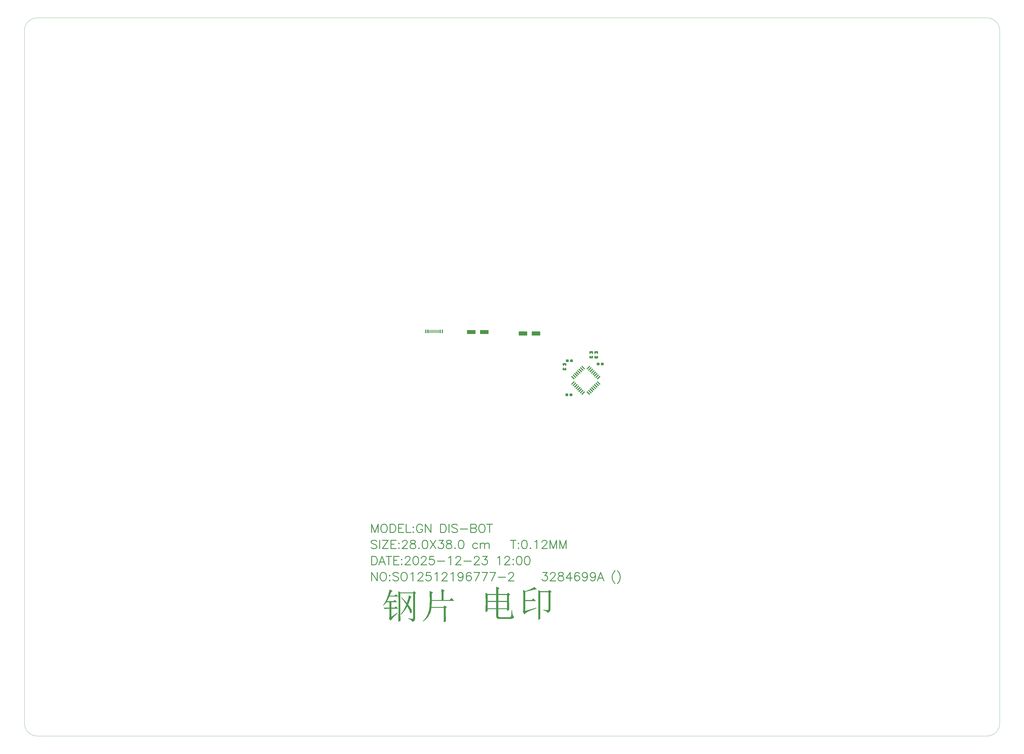
<source format=gbr>
G04 Generated by CircuitCAM Version 4.4*
%FSLAX33Y33*%
%MOMM*%
%ADD10C,0.000000*%
%ADD443C,0.300000*%
%LNSolderPasteTop*%
%LPD*%
G36*
G01X-6223Y-81705D02*
X-6212Y-82091D01*
X-6202Y-82487D01*
X-6195Y-82894D01*
X-6189Y-83310D01*
X-6184Y-83737D01*
X-6182Y-84174D01*
X-6182Y-84622D01*
X-9475Y-84621D01*
X-10348Y-84122D01*
X-10337Y-84605D01*
X-10327Y-85101D01*
X-10320Y-85611D01*
X-10314Y-86135D01*
X-10309Y-86673D01*
X-10307Y-87224D01*
X-10306Y-87788D01*
X-10307Y-88358D01*
X-10309Y-88924D01*
X-10314Y-89487D01*
X-10320Y-90047D01*
X-10327Y-90603D01*
X-10337Y-91156D01*
X-10348Y-91704D01*
X-10346Y-91704D01*
X-9515Y-91288D01*
X-9514Y-90538D01*
X-6182Y-90538D01*
X-6181Y-93204D01*
X-6158Y-93502D01*
X-6087Y-93754D01*
X-5968Y-93961D01*
X-5801Y-94122D01*
X-5587Y-94237D01*
X-5325Y-94307D01*
X-5015Y-94330D01*
X-682Y-94330D01*
X-509Y-94326D01*
X-349Y-94313D01*
X-200Y-94292D01*
X-63Y-94262D01*
X62Y-94224D01*
X175Y-94177D01*
X276Y-94122D01*
X369Y-94057D01*
X457Y-93982D01*
X539Y-93897D01*
X616Y-93802D01*
X689Y-93696D01*
X756Y-93581D01*
X816Y-93453D01*
X715Y-93379D01*
X618Y-93295D01*
X528Y-93202D01*
X445Y-93101D01*
X368Y-92992D01*
X299Y-92873D01*
X235Y-92746D01*
X190Y-92596D01*
X154Y-92410D01*
X123Y-92185D01*
X100Y-91924D01*
X83Y-91624D01*
X72Y-91287D01*
X68Y-90913D01*
X-223Y-90913D01*
X-223Y-90914D01*
X-235Y-91355D01*
X-250Y-91750D01*
X-266Y-92100D01*
X-284Y-92403D01*
X-303Y-92661D01*
X-325Y-92873D01*
X-348Y-93038D01*
X-370Y-93184D01*
X-410Y-93308D01*
X-469Y-93412D01*
X-547Y-93495D01*
X-643Y-93557D01*
X-758Y-93600D01*
X-890Y-93622D01*
X-4723Y-93622D01*
X-4901Y-93610D01*
X-5050Y-93573D01*
X-5174Y-93514D01*
X-5268Y-93429D01*
X-5336Y-93322D01*
X-5377Y-93192D01*
X-5389Y-93038D01*
X-5389Y-90538D01*
X-1932Y-90538D01*
X-1931Y-91204D01*
X-1929Y-91204D01*
X-1100Y-90789D01*
X-1100Y-90788D01*
X-1120Y-90410D01*
X-1138Y-89894D01*
X-1154Y-89240D01*
X-1166Y-88448D01*
X-1174Y-87519D01*
X-1179Y-86452D01*
X-1181Y-85248D01*
X-684Y-84874D01*
X-1431Y-84080D01*
X-2015Y-84622D01*
X-5389Y-84621D01*
X-5389Y-82706D01*
X-4935Y-82287D01*
X-6223Y-81705D01*
G37*
%LPC*%
G36*
G01X-1932Y-84997D02*
X-5389Y-84997D01*
X-5389Y-87329D01*
X-1932Y-87330D01*
X-1932Y-84997D01*
G37*
G36*
G01X-6182Y-84997D02*
X-9514Y-84997D01*
X-9514Y-87329D01*
X-6182Y-87330D01*
X-6182Y-84997D01*
G37*
G36*
G01X-1932Y-87705D02*
X-5389Y-87705D01*
X-5389Y-90162D01*
X-1932Y-90163D01*
X-1932Y-87705D01*
G37*
G36*
G01X-6182Y-87705D02*
X-9514Y-87705D01*
X-9514Y-90162D01*
X-6182Y-90163D01*
X-6182Y-87705D01*
G37*
%LPD*%
G36*
G01X-26959Y18408D02*
X-27409Y18408D01*
X-27409Y17068D01*
X-26959Y17068D01*
X-26959Y18408D01*
G37*
G36*
G01X-27759Y18408D02*
X-28209Y18408D01*
X-28209Y17068D01*
X-27759Y17068D01*
X-27759Y18408D01*
G37*
G36*
G01X-28514Y18288D02*
G75*
G03X-28634Y18408I-120J0D01*
G74*
G01*
G75*
G03X-28754Y18288I0J-120D01*
G74*
G01*
X-28754Y17188D01*
G75*
G03X-28634Y17068I120J0D01*
G74*
G01*
G75*
G03X-28514Y17188I0J120D01*
G74*
G01*
X-28514Y18288D01*
G37*
G36*
G01X-29014Y18288D02*
G75*
G03X-29134Y18408I-120J0D01*
G74*
G01*
G75*
G03X-29254Y18288I0J-120D01*
G74*
G01*
X-29254Y17188D01*
G75*
G03X-29134Y17068I120J0D01*
G74*
G01*
G75*
G03X-29014Y17188I0J120D01*
G74*
G01*
X-29014Y18288D01*
G37*
G36*
G01X-29514Y18288D02*
G75*
G03X-29634Y18408I-120J0D01*
G74*
G01*
G75*
G03X-29754Y18288I0J-120D01*
G74*
G01*
X-29754Y17188D01*
G75*
G03X-29634Y17068I120J0D01*
G74*
G01*
G75*
G03X-29514Y17188I0J120D01*
G74*
G01*
X-29514Y18288D01*
G37*
G36*
G01X-30014Y18288D02*
G75*
G03X-30134Y18408I-120J0D01*
G74*
G01*
G75*
G03X-30254Y18288I0J-120D01*
G74*
G01*
X-30254Y17188D01*
G75*
G03X-30134Y17068I120J0D01*
G74*
G01*
G75*
G03X-30014Y17188I0J120D01*
G74*
G01*
X-30014Y18288D01*
G37*
G36*
G01X-30514Y18288D02*
G75*
G03X-30634Y18408I-120J0D01*
G74*
G01*
G75*
G03X-30754Y18288I0J-120D01*
G74*
G01*
X-30754Y17188D01*
G75*
G03X-30634Y17068I120J0D01*
G74*
G01*
G75*
G03X-30514Y17188I0J120D01*
G74*
G01*
X-30514Y18288D01*
G37*
G36*
G01X-31014Y18288D02*
G75*
G03X-31134Y18408I-120J0D01*
G74*
G01*
G75*
G03X-31254Y18288I0J-120D01*
G74*
G01*
X-31254Y17188D01*
G75*
G03X-31134Y17068I120J0D01*
G74*
G01*
G75*
G03X-31014Y17188I0J120D01*
G74*
G01*
X-31014Y18288D01*
G37*
G36*
G01X-31514Y18288D02*
G75*
G03X-31634Y18408I-120J0D01*
G74*
G01*
G75*
G03X-31754Y18288I0J-120D01*
G74*
G01*
X-31754Y17188D01*
G75*
G03X-31634Y17068I120J0D01*
G74*
G01*
G75*
G03X-31514Y17188I0J120D01*
G74*
G01*
X-31514Y18288D01*
G37*
G36*
G01X-32014Y18288D02*
G75*
G03X-32134Y18408I-120J0D01*
G74*
G01*
G75*
G03X-32254Y18288I0J-120D01*
G74*
G01*
X-32254Y17188D01*
G75*
G03X-32134Y17068I120J0D01*
G74*
G01*
G75*
G03X-32014Y17188I0J120D01*
G74*
G01*
X-32014Y18288D01*
G37*
G36*
G01X-32559Y18408D02*
X-33009Y18408D01*
X-33009Y17068D01*
X-32559Y17068D01*
X-32559Y18408D01*
G37*
G36*
G01X-33359Y18408D02*
X-33809Y18408D01*
X-33809Y17068D01*
X-33359Y17068D01*
X-33359Y18408D01*
G37*
G36*
G01X-9419Y18308D02*
X-12244Y18308D01*
X-12292Y18303D01*
X-12339Y18289D01*
X-12382Y18266D01*
X-12420Y18235D01*
X-12451Y18197D01*
X-12474Y18154D01*
X-12489Y18107D01*
X-12494Y18058D01*
X-12494Y16958D01*
X-12489Y16909D01*
X-12474Y16862D01*
X-12451Y16819D01*
X-12420Y16781D01*
X-12382Y16750D01*
X-12339Y16727D01*
X-12292Y16713D01*
X-12244Y16708D01*
X-9419Y16708D01*
X-9370Y16713D01*
X-9323Y16727D01*
X-9280Y16750D01*
X-9242Y16781D01*
X-9211Y16819D01*
X-9188Y16862D01*
X-9173Y16909D01*
X-9169Y16958D01*
X-9169Y18058D01*
X-9173Y18107D01*
X-9188Y18154D01*
X-9211Y18197D01*
X-9242Y18235D01*
X-9280Y18266D01*
X-9323Y18289D01*
X-9370Y18303D01*
X-9419Y18308D01*
G37*
G36*
G01X-14494Y18308D02*
X-17319Y18308D01*
X-17367Y18303D01*
X-17414Y18289D01*
X-17457Y18266D01*
X-17495Y18235D01*
X-17526Y18197D01*
X-17549Y18154D01*
X-17564Y18107D01*
X-17569Y18058D01*
X-17569Y16958D01*
X-17564Y16909D01*
X-17549Y16862D01*
X-17526Y16819D01*
X-17495Y16781D01*
X-17457Y16750D01*
X-17414Y16727D01*
X-17367Y16713D01*
X-17319Y16708D01*
X-14494Y16708D01*
X-14445Y16713D01*
X-14398Y16727D01*
X-14355Y16750D01*
X-14317Y16781D01*
X-14286Y16819D01*
X-14263Y16862D01*
X-14248Y16909D01*
X-14244Y16958D01*
X-14244Y18058D01*
X-14248Y18107D01*
X-14263Y18154D01*
X-14286Y18197D01*
X-14317Y18235D01*
X-14355Y18266D01*
X-14398Y18289D01*
X-14445Y18303D01*
X-14494Y18308D01*
G37*
G36*
G01X10727Y17749D02*
X7902Y17749D01*
X7853Y17744D01*
X7806Y17730D01*
X7763Y17707D01*
X7725Y17676D01*
X7694Y17638D01*
X7671Y17595D01*
X7656Y17548D01*
X7652Y17499D01*
X7652Y16399D01*
X7656Y16350D01*
X7671Y16303D01*
X7694Y16260D01*
X7725Y16222D01*
X7763Y16191D01*
X7806Y16168D01*
X7853Y16154D01*
X7902Y16149D01*
X10727Y16149D01*
X10775Y16154D01*
X10822Y16168D01*
X10865Y16191D01*
X10903Y16222D01*
X10934Y16260D01*
X10957Y16303D01*
X10972Y16350D01*
X10977Y16399D01*
X10977Y17499D01*
X10972Y17548D01*
X10957Y17595D01*
X10934Y17638D01*
X10903Y17676D01*
X10865Y17707D01*
X10822Y17730D01*
X10775Y17744D01*
X10727Y17749D01*
G37*
G36*
G01X5652Y17749D02*
X2827Y17749D01*
X2778Y17744D01*
X2731Y17730D01*
X2688Y17707D01*
X2650Y17676D01*
X2619Y17638D01*
X2596Y17595D01*
X2581Y17548D01*
X2577Y17499D01*
X2577Y16399D01*
X2581Y16350D01*
X2596Y16303D01*
X2619Y16260D01*
X2650Y16222D01*
X2688Y16191D01*
X2731Y16168D01*
X2778Y16154D01*
X2827Y16149D01*
X5652Y16149D01*
X5700Y16154D01*
X5747Y16168D01*
X5790Y16191D01*
X5828Y16222D01*
X5859Y16260D01*
X5882Y16303D01*
X5897Y16350D01*
X5902Y16399D01*
X5902Y17499D01*
X5897Y17548D01*
X5882Y17595D01*
X5859Y17638D01*
X5828Y17676D01*
X5790Y17707D01*
X5747Y17730D01*
X5700Y17744D01*
X5652Y17749D01*
G37*
G36*
G01X31288Y10092D02*
X30368Y10092D01*
X30248Y10060D01*
X30160Y9972D01*
X30128Y9852D01*
X30128Y9307D01*
X30160Y9187D01*
X30248Y9099D01*
X30368Y9067D01*
X30598Y9067D01*
X30598Y9402D01*
X31058Y9402D01*
X31058Y9067D01*
X31288Y9067D01*
X31408Y9099D01*
X31495Y9187D01*
X31528Y9307D01*
X31528Y9852D01*
X31495Y9972D01*
X31408Y10060D01*
X31288Y10092D01*
G37*
G36*
G01X33243Y10067D02*
X32323Y10067D01*
X32203Y10034D01*
X32116Y9947D01*
X32083Y9827D01*
X32083Y9282D01*
X32116Y9162D01*
X32203Y9074D01*
X32323Y9042D01*
X32553Y9042D01*
X32553Y9377D01*
X33013Y9377D01*
X33013Y9042D01*
X33243Y9042D01*
X33363Y9074D01*
X33451Y9162D01*
X33483Y9282D01*
X33483Y9827D01*
X33451Y9947D01*
X33363Y10034D01*
X33243Y10067D01*
G37*
G36*
G01X31288Y8267D02*
X31058Y8267D01*
X31058Y7932D01*
X30598Y7932D01*
X30598Y8267D01*
X30368Y8267D01*
X30248Y8235D01*
X30160Y8147D01*
X30128Y8027D01*
X30128Y7482D01*
X30160Y7362D01*
X30248Y7274D01*
X30368Y7242D01*
X31288Y7242D01*
X31408Y7274D01*
X31495Y7362D01*
X31528Y7482D01*
X31528Y8027D01*
X31495Y8147D01*
X31408Y8235D01*
X31288Y8267D01*
G37*
G36*
G01X33243Y8242D02*
X33013Y8242D01*
X33013Y7907D01*
X32553Y7907D01*
X32553Y8242D01*
X32323Y8242D01*
X32203Y8209D01*
X32116Y8122D01*
X32083Y8002D01*
X32083Y7457D01*
X32116Y7337D01*
X32203Y7249D01*
X32323Y7217D01*
X33243Y7217D01*
X33363Y7249D01*
X33451Y7337D01*
X33483Y7457D01*
X33483Y8002D01*
X33451Y8122D01*
X33363Y8209D01*
X33243Y8242D01*
G37*
G36*
G01X23451Y6832D02*
X22866Y6832D01*
X22818Y6827D01*
X22772Y6813D01*
X22729Y6791D01*
X22692Y6760D01*
X22662Y6723D01*
X22639Y6681D01*
X22625Y6635D01*
X22621Y6587D01*
X22621Y6027D01*
X22625Y5979D01*
X22639Y5933D01*
X22662Y5891D01*
X22692Y5854D01*
X22729Y5823D01*
X22772Y5801D01*
X22818Y5787D01*
X22866Y5782D01*
X23451Y5782D01*
X23498Y5787D01*
X23544Y5801D01*
X23587Y5823D01*
X23624Y5854D01*
X23654Y5891D01*
X23677Y5933D01*
X23691Y5979D01*
X23696Y6027D01*
X23696Y6587D01*
X23691Y6635D01*
X23677Y6681D01*
X23654Y6723D01*
X23624Y6760D01*
X23587Y6791D01*
X23544Y6813D01*
X23498Y6827D01*
X23451Y6832D01*
G37*
G36*
G01X21825Y6832D02*
X21240Y6832D01*
X21193Y6827D01*
X21147Y6813D01*
X21104Y6791D01*
X21067Y6760D01*
X21037Y6723D01*
X21014Y6681D01*
X21000Y6635D01*
X20995Y6587D01*
X20995Y6027D01*
X21000Y5979D01*
X21014Y5933D01*
X21037Y5891D01*
X21067Y5854D01*
X21104Y5823D01*
X21147Y5801D01*
X21193Y5787D01*
X21240Y5782D01*
X21825Y5782D01*
X21873Y5787D01*
X21919Y5801D01*
X21962Y5823D01*
X21999Y5854D01*
X22029Y5891D01*
X22052Y5933D01*
X22066Y5979D01*
X22070Y6027D01*
X22070Y6587D01*
X22066Y6635D01*
X22052Y6681D01*
X22029Y6723D01*
X21999Y6760D01*
X21962Y6791D01*
X21919Y6813D01*
X21873Y6827D01*
X21825Y6832D01*
G37*
G36*
G01X35439Y5587D02*
X34854Y5587D01*
X34807Y5582D01*
X34761Y5568D01*
X34718Y5546D01*
X34681Y5515D01*
X34651Y5478D01*
X34628Y5436D01*
X34614Y5390D01*
X34609Y5342D01*
X34609Y4782D01*
X34614Y4734D01*
X34628Y4688D01*
X34651Y4646D01*
X34681Y4609D01*
X34718Y4578D01*
X34761Y4556D01*
X34807Y4542D01*
X34854Y4537D01*
X35439Y4537D01*
X35487Y4542D01*
X35533Y4556D01*
X35576Y4578D01*
X35613Y4609D01*
X35643Y4646D01*
X35666Y4688D01*
X35680Y4734D01*
X35684Y4782D01*
X35684Y5342D01*
X35680Y5390D01*
X35666Y5436D01*
X35643Y5478D01*
X35613Y5515D01*
X35576Y5546D01*
X35533Y5568D01*
X35487Y5582D01*
X35439Y5587D01*
G37*
G36*
G01X33814Y5587D02*
X33229Y5587D01*
X33182Y5582D01*
X33136Y5568D01*
X33093Y5546D01*
X33056Y5515D01*
X33026Y5478D01*
X33003Y5436D01*
X32989Y5390D01*
X32984Y5342D01*
X32984Y4782D01*
X32989Y4734D01*
X33003Y4688D01*
X33026Y4646D01*
X33056Y4609D01*
X33093Y4578D01*
X33136Y4556D01*
X33182Y4542D01*
X33229Y4537D01*
X33814Y4537D01*
X33862Y4542D01*
X33908Y4556D01*
X33951Y4578D01*
X33988Y4609D01*
X34018Y4646D01*
X34041Y4688D01*
X34055Y4734D01*
X34059Y4782D01*
X34059Y5342D01*
X34055Y5390D01*
X34041Y5436D01*
X34018Y5478D01*
X33988Y5515D01*
X33951Y5546D01*
X33908Y5568D01*
X33862Y5582D01*
X33814Y5587D01*
G37*
G36*
G01X20874Y5422D02*
X19954Y5422D01*
X19834Y5390D01*
X19746Y5302D01*
X19714Y5182D01*
X19714Y4637D01*
X19746Y4517D01*
X19834Y4429D01*
X19954Y4397D01*
X20184Y4397D01*
X20184Y4732D01*
X20644Y4732D01*
X20644Y4397D01*
X20874Y4397D01*
X20994Y4429D01*
X21081Y4517D01*
X21114Y4637D01*
X21114Y5182D01*
X21081Y5302D01*
X20994Y5390D01*
X20874Y5422D01*
G37*
G36*
G01X30152Y4422D02*
X29020Y3290D01*
X29338Y2972D01*
X30470Y4104D01*
X30152Y4422D01*
G37*
G36*
G01X27287Y4422D02*
X26969Y4104D01*
X28101Y2972D01*
X28419Y3290D01*
X27287Y4422D01*
G37*
G36*
G01X26721Y3856D02*
X26403Y3538D01*
X27535Y2406D01*
X27853Y2724D01*
X26721Y3856D01*
G37*
G36*
G01X20874Y3597D02*
X20644Y3597D01*
X20644Y3262D01*
X20184Y3262D01*
X20184Y3597D01*
X19954Y3597D01*
X19834Y3565D01*
X19746Y3477D01*
X19714Y3357D01*
X19714Y2812D01*
X19746Y2692D01*
X19834Y2604D01*
X19954Y2572D01*
X20874Y2572D01*
X20994Y2604D01*
X21081Y2692D01*
X21114Y2812D01*
X21114Y3357D01*
X21081Y3477D01*
X20994Y3565D01*
X20874Y3597D01*
G37*
G36*
G01X26156Y3291D02*
X25838Y2973D01*
X26970Y1841D01*
X27288Y2159D01*
X26156Y3291D01*
G37*
G36*
G01X25590Y2725D02*
X25272Y2407D01*
X26404Y1275D01*
X26722Y1593D01*
X25590Y2725D01*
G37*
G36*
G01X25024Y2159D02*
X24706Y1841D01*
X25838Y709D01*
X26156Y1027D01*
X25024Y2159D01*
G37*
G36*
G01X24459Y1594D02*
X24141Y1276D01*
X25273Y144D01*
X25591Y462D01*
X24459Y1594D01*
G37*
G36*
G01X23893Y1028D02*
X23575Y710D01*
X24707Y-422D01*
X25025Y-104D01*
X23893Y1028D01*
G37*
G36*
G01X23327Y462D02*
X23009Y144D01*
X24141Y-988D01*
X24459Y-670D01*
X23327Y462D01*
G37*
G36*
G01X30717Y3856D02*
X29585Y2724D01*
X29903Y2406D01*
X31035Y3538D01*
X30717Y3856D01*
G37*
G36*
G01X31283Y3291D02*
X30151Y2159D01*
X30469Y1841D01*
X31601Y2973D01*
X31283Y3291D01*
G37*
G36*
G01X31849Y2725D02*
X30717Y1593D01*
X31035Y1275D01*
X32167Y2407D01*
X31849Y2725D01*
G37*
G36*
G01X32414Y2159D02*
X31282Y1027D01*
X31600Y709D01*
X32732Y1841D01*
X32414Y2159D01*
G37*
G36*
G01X32980Y1594D02*
X31848Y462D01*
X32166Y144D01*
X33298Y1276D01*
X32980Y1594D01*
G37*
G36*
G01X33546Y1028D02*
X32414Y-104D01*
X32732Y-422D01*
X33864Y710D01*
X33546Y1028D01*
G37*
G36*
G01X34111Y462D02*
X32979Y-670D01*
X33297Y-988D01*
X34429Y144D01*
X34111Y462D01*
G37*
G36*
G01X33297Y-1588D02*
X32979Y-1906D01*
X34111Y-3038D01*
X34429Y-2720D01*
X33297Y-1588D01*
G37*
G36*
G01X24141Y-1588D02*
X23009Y-2720D01*
X23327Y-3038D01*
X24459Y-1906D01*
X24141Y-1588D01*
G37*
G36*
G01X32732Y-2154D02*
X32414Y-2472D01*
X33546Y-3604D01*
X33864Y-3286D01*
X32732Y-2154D01*
G37*
G36*
G01X24707Y-2154D02*
X23575Y-3286D01*
X23893Y-3604D01*
X25025Y-2472D01*
X24707Y-2154D01*
G37*
G36*
G01X32166Y-2720D02*
X31848Y-3038D01*
X32980Y-4170D01*
X33298Y-3852D01*
X32166Y-2720D01*
G37*
G36*
G01X25273Y-2720D02*
X24141Y-3852D01*
X24459Y-4170D01*
X25591Y-3038D01*
X25273Y-2720D01*
G37*
G36*
G01X31600Y-3285D02*
X31282Y-3603D01*
X32414Y-4735D01*
X32732Y-4417D01*
X31600Y-3285D01*
G37*
G36*
G01X25838Y-3285D02*
X24706Y-4417D01*
X25024Y-4735D01*
X26156Y-3603D01*
X25838Y-3285D01*
G37*
G36*
G01X31035Y-3851D02*
X30717Y-4169D01*
X31849Y-5301D01*
X32167Y-4983D01*
X31035Y-3851D01*
G37*
G36*
G01X26404Y-3851D02*
X25272Y-4983D01*
X25590Y-5301D01*
X26722Y-4169D01*
X26404Y-3851D01*
G37*
G36*
G01X30469Y-4417D02*
X30151Y-4735D01*
X31283Y-5867D01*
X31601Y-5549D01*
X30469Y-4417D01*
G37*
G36*
G01X26970Y-4417D02*
X25838Y-5549D01*
X26156Y-5867D01*
X27288Y-4735D01*
X26970Y-4417D01*
G37*
G36*
G01X29903Y-4982D02*
X29585Y-5300D01*
X30717Y-6432D01*
X31035Y-6114D01*
X29903Y-4982D01*
G37*
G36*
G01X27535Y-4982D02*
X26403Y-6114D01*
X26721Y-6432D01*
X27853Y-5300D01*
X27535Y-4982D01*
G37*
G36*
G01X23248Y-6428D02*
X22663Y-6428D01*
X22615Y-6433D01*
X22569Y-6447D01*
X22526Y-6469D01*
X22489Y-6500D01*
X22459Y-6537D01*
X22436Y-6579D01*
X22422Y-6625D01*
X22418Y-6673D01*
X22418Y-7233D01*
X22422Y-7281D01*
X22436Y-7327D01*
X22459Y-7369D01*
X22489Y-7406D01*
X22526Y-7437D01*
X22569Y-7459D01*
X22615Y-7473D01*
X22663Y-7478D01*
X23248Y-7478D01*
X23295Y-7473D01*
X23341Y-7459D01*
X23384Y-7437D01*
X23421Y-7406D01*
X23451Y-7369D01*
X23474Y-7327D01*
X23488Y-7281D01*
X23493Y-7233D01*
X23493Y-6673D01*
X23488Y-6625D01*
X23474Y-6579D01*
X23451Y-6537D01*
X23421Y-6500D01*
X23384Y-6469D01*
X23341Y-6447D01*
X23295Y-6433D01*
X23248Y-6428D01*
G37*
G36*
G01X21623Y-6428D02*
X21038Y-6428D01*
X20990Y-6433D01*
X20944Y-6447D01*
X20901Y-6469D01*
X20864Y-6500D01*
X20834Y-6537D01*
X20811Y-6579D01*
X20797Y-6625D01*
X20793Y-6673D01*
X20793Y-7233D01*
X20797Y-7281D01*
X20811Y-7327D01*
X20834Y-7369D01*
X20864Y-7406D01*
X20901Y-7437D01*
X20944Y-7459D01*
X20990Y-7473D01*
X21038Y-7478D01*
X21623Y-7478D01*
X21670Y-7473D01*
X21716Y-7459D01*
X21759Y-7437D01*
X21796Y-7406D01*
X21826Y-7369D01*
X21849Y-7327D01*
X21863Y-7281D01*
X21868Y-7233D01*
X21868Y-6673D01*
X21863Y-6625D01*
X21849Y-6579D01*
X21826Y-6537D01*
X21796Y-6500D01*
X21759Y-6469D01*
X21716Y-6447D01*
X21670Y-6433D01*
X21623Y-6428D01*
G37*
G36*
G01X29338Y-5548D02*
X29020Y-5866D01*
X30152Y-6998D01*
X30470Y-6680D01*
X29338Y-5548D01*
G37*
G36*
G01X28101Y-5548D02*
X26969Y-6680D01*
X27287Y-6998D01*
X28419Y-5866D01*
X28101Y-5548D01*
G37*
G54D10*
X-189999Y135000D02*
G75*
G02X-184999Y140000I5000J0D01*
G74*
G01*
X185001Y140000D01*
G75*
G02X190001Y135000I0J-5000D01*
G74*
G01*
X190001Y-135000D01*
G75*
G02X185001Y-140000I-5000J0D01*
G74*
G01*
X-184999Y-140000D01*
G75*
G02X-189999Y-135000I0J5000D01*
G74*
G01*
X-189999Y135000D01*
G36*
G01X-34364Y-94794D02*
X-34773Y-95226D01*
X-34648Y-95392D01*
X-33878Y-94793D01*
X-33210Y-94137D01*
X-32643Y-93425D01*
X-32179Y-92658D01*
X-31817Y-91834D01*
X-31557Y-90954D01*
X-31398Y-90017D01*
X-26607Y-90017D01*
X-26608Y-91113D01*
X-26610Y-92113D01*
X-26614Y-93017D01*
X-26620Y-93827D01*
X-26628Y-94541D01*
X-26637Y-95160D01*
X-26649Y-95684D01*
X-25774Y-95267D01*
X-25785Y-94826D01*
X-25794Y-94288D01*
X-25802Y-93653D01*
X-25808Y-92920D01*
X-25812Y-92091D01*
X-25814Y-91165D01*
X-25815Y-90142D01*
X-25357Y-89767D01*
X-26315Y-89059D01*
X-26690Y-89642D01*
X-31398Y-89642D01*
X-31365Y-89340D01*
X-31337Y-89027D01*
X-31314Y-88704D01*
X-31296Y-88370D01*
X-31284Y-88027D01*
X-31276Y-87673D01*
X-31274Y-87309D01*
X-22524Y-87309D01*
X-23523Y-86101D01*
X-24357Y-86934D01*
X-26690Y-86934D01*
X-26690Y-83726D01*
X-26274Y-83267D01*
X-27524Y-82684D01*
X-27512Y-83118D01*
X-27503Y-83609D01*
X-27495Y-84158D01*
X-27489Y-84766D01*
X-27485Y-85431D01*
X-27483Y-86153D01*
X-27482Y-86934D01*
X-31274Y-86934D01*
X-31274Y-84434D01*
X-30774Y-84017D01*
X-32107Y-83392D01*
X-32096Y-83846D01*
X-32086Y-84352D01*
X-32079Y-84908D01*
X-32073Y-85515D01*
X-32069Y-86173D01*
X-32066Y-86882D01*
X-32065Y-87642D01*
X-32088Y-88406D01*
X-32133Y-89125D01*
X-32200Y-89800D01*
X-32290Y-90431D01*
X-32401Y-91018D01*
X-32535Y-91561D01*
X-32690Y-92059D01*
X-32876Y-92532D01*
X-33098Y-92998D01*
X-33359Y-93457D01*
X-33656Y-93909D01*
X-33991Y-94355D01*
X-34364Y-94794D01*
G37*
G36*
G01X-44283Y-94666D02*
X-44294Y-95434D01*
X-43461Y-95059D01*
X-43472Y-94695D01*
X-43481Y-94365D01*
X-43489Y-94069D01*
X-43495Y-93807D01*
X-43499Y-93579D01*
X-43502Y-93386D01*
X-43503Y-93226D01*
X-43503Y-84351D01*
X-38544Y-84351D01*
X-38544Y-93934D01*
X-38549Y-94012D01*
X-38565Y-94080D01*
X-38590Y-94138D01*
X-38626Y-94186D01*
X-38672Y-94223D01*
X-38728Y-94250D01*
X-38794Y-94267D01*
X-38888Y-94264D01*
X-39026Y-94254D01*
X-39208Y-94237D01*
X-39434Y-94213D01*
X-39704Y-94182D01*
X-40019Y-94145D01*
X-40378Y-94101D01*
X-40378Y-94351D01*
X-40009Y-94456D01*
X-39691Y-94582D01*
X-39421Y-94728D01*
X-39201Y-94895D01*
X-39030Y-95082D01*
X-38908Y-95289D01*
X-38836Y-95517D01*
X-38666Y-95444D01*
X-38513Y-95368D01*
X-38377Y-95288D01*
X-38258Y-95204D01*
X-38156Y-95118D01*
X-38071Y-95028D01*
X-38003Y-94934D01*
X-37947Y-94827D01*
X-37901Y-94720D01*
X-37862Y-94613D01*
X-37833Y-94505D01*
X-37811Y-94398D01*
X-37799Y-94291D01*
X-37794Y-94184D01*
X-37794Y-84476D01*
X-37378Y-84226D01*
X-38169Y-83476D01*
X-38669Y-83976D01*
X-43461Y-83976D01*
X-44294Y-83476D01*
X-44283Y-84166D01*
X-44274Y-84904D01*
X-44266Y-85690D01*
X-44260Y-86523D01*
X-44256Y-87404D01*
X-44254Y-88333D01*
X-44253Y-89309D01*
X-44254Y-90291D01*
X-44256Y-91238D01*
X-44260Y-92148D01*
X-44266Y-93023D01*
X-44274Y-93863D01*
X-44283Y-94666D01*
G37*
G36*
G01X-49761Y-88249D02*
X-50253Y-89017D01*
X-50086Y-89142D01*
X-49909Y-88952D01*
X-49736Y-88761D01*
X-49566Y-88571D01*
X-49399Y-88380D01*
X-49236Y-88190D01*
X-49076Y-87999D01*
X-48919Y-87809D01*
X-47794Y-87809D01*
X-47794Y-89976D01*
X-50086Y-89976D01*
X-49586Y-90517D01*
X-49406Y-90473D01*
X-49222Y-90436D01*
X-49035Y-90405D01*
X-48845Y-90381D01*
X-48651Y-90364D01*
X-48453Y-90354D01*
X-48253Y-90351D01*
X-47794Y-90351D01*
X-47794Y-93309D01*
X-47799Y-93469D01*
X-47811Y-93615D01*
X-47833Y-93748D01*
X-47862Y-93867D01*
X-47901Y-93972D01*
X-47947Y-94064D01*
X-48003Y-94142D01*
X-47336Y-94976D01*
X-47095Y-94661D01*
X-46799Y-94312D01*
X-46448Y-93930D01*
X-46043Y-93513D01*
X-45584Y-93062D01*
X-45071Y-92578D01*
X-44503Y-92059D01*
X-44628Y-91892D01*
X-47003Y-93476D01*
X-47003Y-90351D01*
X-44336Y-90351D01*
X-45253Y-89392D01*
X-45836Y-89976D01*
X-47003Y-89976D01*
X-47003Y-87809D01*
X-44836Y-87809D01*
X-45669Y-86892D01*
X-46253Y-87434D01*
X-48753Y-87434D01*
X-48620Y-87224D01*
X-48484Y-86999D01*
X-48345Y-86758D01*
X-48202Y-86502D01*
X-48055Y-86231D01*
X-47906Y-85944D01*
X-47753Y-85642D01*
X-44336Y-85642D01*
X-45253Y-84684D01*
X-45836Y-85267D01*
X-47628Y-85267D01*
X-47533Y-85034D01*
X-47441Y-84812D01*
X-47350Y-84599D01*
X-47260Y-84397D01*
X-47173Y-84204D01*
X-47087Y-84022D01*
X-47003Y-83851D01*
X-46586Y-83434D01*
X-47669Y-82851D01*
X-47916Y-83844D01*
X-48203Y-84800D01*
X-48532Y-85718D01*
X-48901Y-86599D01*
X-49310Y-87443D01*
X-49761Y-88249D01*
G37*
G36*
G01X10195Y-94439D02*
X10173Y-94788D01*
X11007Y-94372D01*
X11007Y-83913D01*
X14173Y-83913D01*
X14173Y-90288D01*
X14164Y-90443D01*
X14136Y-90574D01*
X14089Y-90681D01*
X14024Y-90765D01*
X13939Y-90824D01*
X13836Y-90860D01*
X13715Y-90872D01*
X13571Y-90869D01*
X13402Y-90861D01*
X13207Y-90849D01*
X12987Y-90831D01*
X12741Y-90808D01*
X12470Y-90780D01*
X12173Y-90747D01*
X12132Y-90955D01*
X12574Y-91090D01*
X12948Y-91234D01*
X13254Y-91386D01*
X13492Y-91547D01*
X13662Y-91716D01*
X13764Y-91894D01*
X13798Y-92080D01*
X14118Y-91924D01*
X14387Y-91743D01*
X14604Y-91537D01*
X14771Y-91304D01*
X14887Y-91047D01*
X14951Y-90764D01*
X14965Y-90455D01*
X14965Y-84080D01*
X15423Y-83663D01*
X14465Y-82955D01*
X14090Y-83538D01*
X10965Y-83538D01*
X10173Y-83038D01*
X10195Y-83339D01*
X10214Y-83620D01*
X10229Y-83883D01*
X10241Y-84127D01*
X10250Y-84352D01*
X10255Y-84559D01*
X10257Y-84747D01*
X10257Y-93163D01*
X10255Y-93278D01*
X10250Y-93432D01*
X10241Y-93625D01*
X10229Y-93857D01*
X10214Y-94128D01*
X10195Y-94439D01*
G37*
G36*
G01X4197Y-91356D02*
X4131Y-91455D01*
X4840Y-92538D01*
X5097Y-92266D01*
X5489Y-91974D01*
X6016Y-91661D01*
X6677Y-91327D01*
X7472Y-90974D01*
X8401Y-90600D01*
X9465Y-90205D01*
X9423Y-89955D01*
X5132Y-91205D01*
X5132Y-87372D01*
X9298Y-87372D01*
X8298Y-86330D01*
X7632Y-86997D01*
X5132Y-86997D01*
X5132Y-83788D01*
X5530Y-83693D01*
X5917Y-83598D01*
X6292Y-83503D01*
X6655Y-83407D01*
X7006Y-83312D01*
X7346Y-83217D01*
X7673Y-83122D01*
X7988Y-83043D01*
X8289Y-82975D01*
X8576Y-82918D01*
X8850Y-82870D01*
X9110Y-82833D01*
X9357Y-82805D01*
X9590Y-82788D01*
X8715Y-81788D01*
X8468Y-82027D01*
X8133Y-82268D01*
X7710Y-82510D01*
X7198Y-82754D01*
X6597Y-83000D01*
X5909Y-83248D01*
X5132Y-83497D01*
X4298Y-82997D01*
X4309Y-83270D01*
X4319Y-83517D01*
X4326Y-83739D01*
X4332Y-83935D01*
X4336Y-84106D01*
X4339Y-84252D01*
X4340Y-84372D01*
X4340Y-90580D01*
X4346Y-90731D01*
X4340Y-90873D01*
X4322Y-91006D01*
X4292Y-91131D01*
X4251Y-91248D01*
X4197Y-91356D01*
G37*
G36*
G01X-42935Y-91900D02*
X-43336Y-92476D01*
X-43169Y-92642D01*
X-42754Y-92200D01*
X-42363Y-91755D01*
X-41998Y-91306D01*
X-41659Y-90853D01*
X-41345Y-90397D01*
X-41057Y-89938D01*
X-40794Y-89476D01*
X-40622Y-89791D01*
X-40461Y-90095D01*
X-40312Y-90386D01*
X-40175Y-90666D01*
X-40050Y-90934D01*
X-39937Y-91190D01*
X-39836Y-91434D01*
X-39777Y-91611D01*
X-39720Y-91761D01*
X-39665Y-91883D01*
X-39612Y-91978D01*
X-39560Y-92046D01*
X-39509Y-92087D01*
X-39461Y-92101D01*
X-39435Y-92097D01*
X-39407Y-92087D01*
X-39374Y-92070D01*
X-39339Y-92046D01*
X-39299Y-92016D01*
X-39257Y-91978D01*
X-39211Y-91934D01*
X-39167Y-91883D01*
X-39129Y-91825D01*
X-39099Y-91761D01*
X-39075Y-91689D01*
X-39058Y-91611D01*
X-39048Y-91526D01*
X-39044Y-91434D01*
X-39040Y-91332D01*
X-39051Y-91216D01*
X-39078Y-91087D01*
X-39119Y-90944D01*
X-39176Y-90788D01*
X-39248Y-90618D01*
X-39336Y-90434D01*
X-39441Y-90236D01*
X-39564Y-90022D01*
X-39706Y-89794D01*
X-39867Y-89550D01*
X-40046Y-89290D01*
X-40244Y-89016D01*
X-40461Y-88726D01*
X-40329Y-88407D01*
X-40196Y-88069D01*
X-40060Y-87713D01*
X-39924Y-87338D01*
X-39785Y-86944D01*
X-39645Y-86532D01*
X-39503Y-86101D01*
X-39128Y-85726D01*
X-40211Y-85101D01*
X-40257Y-85447D01*
X-40323Y-85818D01*
X-40410Y-86215D01*
X-40517Y-86638D01*
X-40645Y-87086D01*
X-40793Y-87560D01*
X-40961Y-88059D01*
X-41259Y-87718D01*
X-41556Y-87386D01*
X-41854Y-87062D01*
X-42151Y-86746D01*
X-42449Y-86439D01*
X-42747Y-86141D01*
X-43044Y-85851D01*
X-43169Y-86017D01*
X-42833Y-86482D01*
X-42516Y-86922D01*
X-42218Y-87339D01*
X-41938Y-87732D01*
X-41677Y-88101D01*
X-41435Y-88446D01*
X-41211Y-88767D01*
X-41418Y-89251D01*
X-41657Y-89750D01*
X-41928Y-90265D01*
X-42231Y-90795D01*
X-42567Y-91340D01*
X-42935Y-91900D01*
G37*
G54D443*
X-54713Y-57392D02*
X-54713Y-60674D01*
X-54713Y-57392D02*
X-53463Y-60674D01*
X-52213Y-57392D02*
X-53463Y-60674D01*
X-52213Y-57392D02*
X-52213Y-60674D01*
X-50182Y-57392D02*
X-50495Y-57549D01*
X-50807Y-57861D01*
X-50963Y-58174D01*
X-51120Y-58642D01*
X-51120Y-59424D01*
X-50963Y-59892D01*
X-50807Y-60205D01*
X-50495Y-60517D01*
X-50182Y-60674D01*
X-49557Y-60674D01*
X-49245Y-60517D01*
X-48932Y-60205D01*
X-48776Y-59892D01*
X-48620Y-59424D01*
X-48620Y-58642D01*
X-48776Y-58174D01*
X-48932Y-57861D01*
X-49245Y-57549D01*
X-49557Y-57392D01*
X-50182Y-57392D01*
X-47526Y-57392D02*
X-47526Y-60674D01*
X-47526Y-57392D02*
X-46432Y-57392D01*
X-45963Y-57549D01*
X-45651Y-57861D01*
X-45495Y-58174D01*
X-45338Y-58642D01*
X-45338Y-59424D01*
X-45495Y-59892D01*
X-45651Y-60205D01*
X-45963Y-60517D01*
X-46432Y-60674D01*
X-47526Y-60674D01*
X-44245Y-57392D02*
X-44245Y-60674D01*
X-44245Y-57392D02*
X-42213Y-57392D01*
X-44245Y-58955D02*
X-42995Y-58955D01*
X-44245Y-60674D02*
X-42213Y-60674D01*
X-41276Y-57392D02*
X-41276Y-60674D01*
X-41276Y-60674D02*
X-39401Y-60674D01*
X-38463Y-58486D02*
X-38620Y-58642D01*
X-38463Y-58799D01*
X-38307Y-58642D01*
X-38463Y-58486D01*
X-38463Y-60361D02*
X-38620Y-60517D01*
X-38463Y-60674D01*
X-38307Y-60517D01*
X-38463Y-60361D01*
X-34870Y-58174D02*
X-35026Y-57861D01*
X-35338Y-57549D01*
X-35651Y-57392D01*
X-36276Y-57392D01*
X-36588Y-57549D01*
X-36901Y-57861D01*
X-37057Y-58174D01*
X-37213Y-58642D01*
X-37213Y-59424D01*
X-37057Y-59892D01*
X-36901Y-60205D01*
X-36588Y-60517D01*
X-36276Y-60674D01*
X-35651Y-60674D01*
X-35338Y-60517D01*
X-35026Y-60205D01*
X-34870Y-59892D01*
X-34870Y-59424D01*
X-35651Y-59424D02*
X-34870Y-59424D01*
X-33776Y-57392D02*
X-33776Y-60674D01*
X-33776Y-57392D02*
X-31588Y-60674D01*
X-31588Y-57392D02*
X-31588Y-60674D01*
X-27838Y-57392D02*
X-27838Y-60674D01*
X-27838Y-57392D02*
X-26745Y-57392D01*
X-26276Y-57549D01*
X-25963Y-57861D01*
X-25807Y-58174D01*
X-25651Y-58642D01*
X-25651Y-59424D01*
X-25807Y-59892D01*
X-25963Y-60205D01*
X-26276Y-60517D01*
X-26745Y-60674D01*
X-27838Y-60674D01*
X-24557Y-57392D02*
X-24557Y-60674D01*
X-21276Y-57861D02*
X-21588Y-57549D01*
X-22057Y-57392D01*
X-22682Y-57392D01*
X-23151Y-57549D01*
X-23463Y-57861D01*
X-23463Y-58174D01*
X-23307Y-58486D01*
X-23151Y-58642D01*
X-22838Y-58799D01*
X-21901Y-59111D01*
X-21588Y-59267D01*
X-21432Y-59424D01*
X-21276Y-59736D01*
X-21276Y-60205D01*
X-21588Y-60517D01*
X-22057Y-60674D01*
X-22682Y-60674D01*
X-23151Y-60517D01*
X-23463Y-60205D01*
X-20182Y-59267D02*
X-17370Y-59267D01*
X-16120Y-57392D02*
X-16120Y-60674D01*
X-16120Y-57392D02*
X-14713Y-57392D01*
X-14245Y-57549D01*
X-14088Y-57705D01*
X-13932Y-58017D01*
X-13932Y-58330D01*
X-14088Y-58642D01*
X-14245Y-58799D01*
X-14713Y-58955D01*
X-16120Y-58955D02*
X-14713Y-58955D01*
X-14245Y-59111D01*
X-14088Y-59267D01*
X-13932Y-59580D01*
X-13932Y-60049D01*
X-14088Y-60361D01*
X-14245Y-60517D01*
X-14713Y-60674D01*
X-16120Y-60674D01*
X-12057Y-57392D02*
X-12370Y-57549D01*
X-12682Y-57861D01*
X-12838Y-58174D01*
X-12995Y-58642D01*
X-12995Y-59424D01*
X-12838Y-59892D01*
X-12682Y-60205D01*
X-12370Y-60517D01*
X-12057Y-60674D01*
X-11432Y-60674D01*
X-11120Y-60517D01*
X-10807Y-60205D01*
X-10651Y-59892D01*
X-10495Y-59424D01*
X-10495Y-58642D01*
X-10651Y-58174D01*
X-10807Y-57861D01*
X-11120Y-57549D01*
X-11432Y-57392D01*
X-12057Y-57392D01*
X-8776Y-57392D02*
X-8776Y-60674D01*
X-9870Y-57392D02*
X-7682Y-57392D01*
X-52682Y-64131D02*
X-52995Y-63819D01*
X-53463Y-63662D01*
X-54088Y-63662D01*
X-54557Y-63819D01*
X-54870Y-64131D01*
X-54870Y-64444D01*
X-54713Y-64756D01*
X-54557Y-64912D01*
X-54245Y-65069D01*
X-53307Y-65381D01*
X-52995Y-65537D01*
X-52838Y-65694D01*
X-52682Y-66006D01*
X-52682Y-66475D01*
X-52995Y-66787D01*
X-53463Y-66944D01*
X-54088Y-66944D01*
X-54557Y-66787D01*
X-54870Y-66475D01*
X-51588Y-63662D02*
X-51588Y-66944D01*
X-48307Y-63662D02*
X-50495Y-66944D01*
X-50495Y-63662D02*
X-48307Y-63662D01*
X-50495Y-66944D02*
X-48307Y-66944D01*
X-47213Y-63662D02*
X-47213Y-66944D01*
X-47213Y-63662D02*
X-45182Y-63662D01*
X-47213Y-65225D02*
X-45963Y-65225D01*
X-47213Y-66944D02*
X-45182Y-66944D01*
X-44088Y-64756D02*
X-44245Y-64912D01*
X-44088Y-65069D01*
X-43932Y-64912D01*
X-44088Y-64756D01*
X-44088Y-66631D02*
X-44245Y-66787D01*
X-44088Y-66944D01*
X-43932Y-66787D01*
X-44088Y-66631D01*
X-42682Y-64444D02*
X-42682Y-64287D01*
X-42526Y-63975D01*
X-42370Y-63819D01*
X-42057Y-63662D01*
X-41432Y-63662D01*
X-41120Y-63819D01*
X-40963Y-63975D01*
X-40807Y-64287D01*
X-40807Y-64600D01*
X-40963Y-64912D01*
X-41276Y-65381D01*
X-42838Y-66944D01*
X-40651Y-66944D01*
X-38932Y-63662D02*
X-39401Y-63819D01*
X-39557Y-64131D01*
X-39557Y-64444D01*
X-39401Y-64756D01*
X-39088Y-64912D01*
X-38463Y-65069D01*
X-37995Y-65225D01*
X-37682Y-65537D01*
X-37526Y-65850D01*
X-37526Y-66319D01*
X-37682Y-66631D01*
X-37838Y-66787D01*
X-38307Y-66944D01*
X-38932Y-66944D01*
X-39401Y-66787D01*
X-39557Y-66631D01*
X-39713Y-66319D01*
X-39713Y-65850D01*
X-39557Y-65537D01*
X-39245Y-65225D01*
X-38776Y-65069D01*
X-38151Y-64912D01*
X-37838Y-64756D01*
X-37682Y-64444D01*
X-37682Y-64131D01*
X-37838Y-63819D01*
X-38307Y-63662D01*
X-38932Y-63662D01*
X-36276Y-66631D02*
X-36432Y-66787D01*
X-36276Y-66944D01*
X-36120Y-66787D01*
X-36276Y-66631D01*
X-34088Y-63662D02*
X-34557Y-63819D01*
X-34870Y-64287D01*
X-35026Y-65069D01*
X-35026Y-65537D01*
X-34870Y-66319D01*
X-34557Y-66787D01*
X-34088Y-66944D01*
X-33776Y-66944D01*
X-33307Y-66787D01*
X-32995Y-66319D01*
X-32838Y-65537D01*
X-32838Y-65069D01*
X-32995Y-64287D01*
X-33307Y-63819D01*
X-33776Y-63662D01*
X-34088Y-63662D01*
X-31901Y-63662D02*
X-29713Y-66944D01*
X-29713Y-63662D02*
X-31901Y-66944D01*
X-28463Y-63662D02*
X-26745Y-63662D01*
X-27682Y-64912D01*
X-27213Y-64912D01*
X-26901Y-65069D01*
X-26745Y-65225D01*
X-26588Y-65694D01*
X-26588Y-66006D01*
X-26745Y-66475D01*
X-27057Y-66787D01*
X-27526Y-66944D01*
X-27995Y-66944D01*
X-28463Y-66787D01*
X-28620Y-66631D01*
X-28776Y-66319D01*
X-24870Y-63662D02*
X-25338Y-63819D01*
X-25495Y-64131D01*
X-25495Y-64444D01*
X-25338Y-64756D01*
X-25026Y-64912D01*
X-24401Y-65069D01*
X-23932Y-65225D01*
X-23620Y-65537D01*
X-23463Y-65850D01*
X-23463Y-66319D01*
X-23620Y-66631D01*
X-23776Y-66787D01*
X-24245Y-66944D01*
X-24870Y-66944D01*
X-25338Y-66787D01*
X-25495Y-66631D01*
X-25651Y-66319D01*
X-25651Y-65850D01*
X-25495Y-65537D01*
X-25182Y-65225D01*
X-24713Y-65069D01*
X-24088Y-64912D01*
X-23776Y-64756D01*
X-23620Y-64444D01*
X-23620Y-64131D01*
X-23776Y-63819D01*
X-24245Y-63662D01*
X-24870Y-63662D01*
X-22213Y-66631D02*
X-22370Y-66787D01*
X-22213Y-66944D01*
X-22057Y-66787D01*
X-22213Y-66631D01*
X-20026Y-63662D02*
X-20495Y-63819D01*
X-20807Y-64287D01*
X-20963Y-65069D01*
X-20963Y-65537D01*
X-20807Y-66319D01*
X-20495Y-66787D01*
X-20026Y-66944D01*
X-19713Y-66944D01*
X-19245Y-66787D01*
X-18932Y-66319D01*
X-18776Y-65537D01*
X-18776Y-65069D01*
X-18932Y-64287D01*
X-19245Y-63819D01*
X-19713Y-63662D01*
X-20026Y-63662D01*
X-13463Y-65225D02*
X-13776Y-64912D01*
X-14088Y-64756D01*
X-14557Y-64756D01*
X-14870Y-64912D01*
X-15182Y-65225D01*
X-15338Y-65694D01*
X-15338Y-66006D01*
X-15182Y-66475D01*
X-14870Y-66787D01*
X-14557Y-66944D01*
X-14088Y-66944D01*
X-13776Y-66787D01*
X-13463Y-66475D01*
X-12370Y-64756D02*
X-12370Y-66944D01*
X-12370Y-65381D02*
X-11901Y-64912D01*
X-11588Y-64756D01*
X-11120Y-64756D01*
X-10807Y-64912D01*
X-10651Y-65381D01*
X-10651Y-66944D01*
X-10651Y-65381D02*
X-10182Y-64912D01*
X-9870Y-64756D01*
X-9401Y-64756D01*
X-9088Y-64912D01*
X-8932Y-65381D01*
X-8932Y-66944D01*
X443Y-63662D02*
X443Y-66944D01*
X-651Y-63662D02*
X1537Y-63662D01*
X2474Y-64756D02*
X2318Y-64912D01*
X2474Y-65069D01*
X2630Y-64912D01*
X2474Y-64756D01*
X2474Y-66631D02*
X2318Y-66787D01*
X2474Y-66944D01*
X2630Y-66787D01*
X2474Y-66631D01*
X4662Y-63662D02*
X4193Y-63819D01*
X3880Y-64287D01*
X3724Y-65069D01*
X3724Y-65537D01*
X3880Y-66319D01*
X4193Y-66787D01*
X4662Y-66944D01*
X4974Y-66944D01*
X5443Y-66787D01*
X5755Y-66319D01*
X5912Y-65537D01*
X5912Y-65069D01*
X5755Y-64287D01*
X5443Y-63819D01*
X4974Y-63662D01*
X4662Y-63662D01*
X7162Y-66631D02*
X7005Y-66787D01*
X7162Y-66944D01*
X7318Y-66787D01*
X7162Y-66631D01*
X8880Y-64287D02*
X9193Y-64131D01*
X9662Y-63662D01*
X9662Y-66944D01*
X11693Y-64444D02*
X11693Y-64287D01*
X11849Y-63975D01*
X12005Y-63819D01*
X12318Y-63662D01*
X12943Y-63662D01*
X13255Y-63819D01*
X13412Y-63975D01*
X13568Y-64287D01*
X13568Y-64600D01*
X13412Y-64912D01*
X13099Y-65381D01*
X11537Y-66944D01*
X13724Y-66944D01*
X14818Y-63662D02*
X14818Y-66944D01*
X14818Y-63662D02*
X16068Y-66944D01*
X17318Y-63662D02*
X16068Y-66944D01*
X17318Y-63662D02*
X17318Y-66944D01*
X18568Y-63662D02*
X18568Y-66944D01*
X18568Y-63662D02*
X19818Y-66944D01*
X21068Y-63662D02*
X19818Y-66944D01*
X21068Y-63662D02*
X21068Y-66944D01*
X-54713Y-69932D02*
X-54713Y-73214D01*
X-54713Y-69932D02*
X-53620Y-69932D01*
X-53151Y-70089D01*
X-52838Y-70401D01*
X-52682Y-70714D01*
X-52526Y-71182D01*
X-52526Y-71964D01*
X-52682Y-72432D01*
X-52838Y-72745D01*
X-53151Y-73057D01*
X-53620Y-73214D01*
X-54713Y-73214D01*
X-50651Y-69932D02*
X-51901Y-73214D01*
X-50651Y-69932D02*
X-49401Y-73214D01*
X-51432Y-72120D02*
X-49870Y-72120D01*
X-47995Y-69932D02*
X-47995Y-73214D01*
X-49088Y-69932D02*
X-46901Y-69932D01*
X-46120Y-69932D02*
X-46120Y-73214D01*
X-46120Y-69932D02*
X-44088Y-69932D01*
X-46120Y-71495D02*
X-44870Y-71495D01*
X-46120Y-73214D02*
X-44088Y-73214D01*
X-42995Y-71026D02*
X-43151Y-71182D01*
X-42995Y-71339D01*
X-42838Y-71182D01*
X-42995Y-71026D01*
X-42995Y-72901D02*
X-43151Y-73057D01*
X-42995Y-73214D01*
X-42838Y-73057D01*
X-42995Y-72901D01*
X-41588Y-70714D02*
X-41588Y-70557D01*
X-41432Y-70245D01*
X-41276Y-70089D01*
X-40963Y-69932D01*
X-40338Y-69932D01*
X-40026Y-70089D01*
X-39870Y-70245D01*
X-39713Y-70557D01*
X-39713Y-70870D01*
X-39870Y-71182D01*
X-40182Y-71651D01*
X-41745Y-73214D01*
X-39557Y-73214D01*
X-37682Y-69932D02*
X-38151Y-70089D01*
X-38463Y-70557D01*
X-38620Y-71339D01*
X-38620Y-71807D01*
X-38463Y-72589D01*
X-38151Y-73057D01*
X-37682Y-73214D01*
X-37370Y-73214D01*
X-36901Y-73057D01*
X-36588Y-72589D01*
X-36432Y-71807D01*
X-36432Y-71339D01*
X-36588Y-70557D01*
X-36901Y-70089D01*
X-37370Y-69932D01*
X-37682Y-69932D01*
X-35338Y-70714D02*
X-35338Y-70557D01*
X-35182Y-70245D01*
X-35026Y-70089D01*
X-34713Y-69932D01*
X-34088Y-69932D01*
X-33776Y-70089D01*
X-33620Y-70245D01*
X-33463Y-70557D01*
X-33463Y-70870D01*
X-33620Y-71182D01*
X-33932Y-71651D01*
X-35495Y-73214D01*
X-33307Y-73214D01*
X-30495Y-69932D02*
X-32057Y-69932D01*
X-32213Y-71339D01*
X-32057Y-71182D01*
X-31588Y-71026D01*
X-31120Y-71026D01*
X-30651Y-71182D01*
X-30338Y-71495D01*
X-30182Y-71964D01*
X-30182Y-72276D01*
X-30338Y-72745D01*
X-30651Y-73057D01*
X-31120Y-73214D01*
X-31588Y-73214D01*
X-32057Y-73057D01*
X-32213Y-72901D01*
X-32370Y-72589D01*
X-29088Y-71807D02*
X-26276Y-71807D01*
X-24713Y-70557D02*
X-24401Y-70401D01*
X-23932Y-69932D01*
X-23932Y-73214D01*
X-21901Y-70714D02*
X-21901Y-70557D01*
X-21745Y-70245D01*
X-21588Y-70089D01*
X-21276Y-69932D01*
X-20651Y-69932D01*
X-20338Y-70089D01*
X-20182Y-70245D01*
X-20026Y-70557D01*
X-20026Y-70870D01*
X-20182Y-71182D01*
X-20495Y-71651D01*
X-22057Y-73214D01*
X-19870Y-73214D01*
X-18776Y-71807D02*
X-15963Y-71807D01*
X-14713Y-70714D02*
X-14713Y-70557D01*
X-14557Y-70245D01*
X-14401Y-70089D01*
X-14088Y-69932D01*
X-13463Y-69932D01*
X-13151Y-70089D01*
X-12995Y-70245D01*
X-12838Y-70557D01*
X-12838Y-70870D01*
X-12995Y-71182D01*
X-13307Y-71651D01*
X-14870Y-73214D01*
X-12682Y-73214D01*
X-11432Y-69932D02*
X-9713Y-69932D01*
X-10651Y-71182D01*
X-10182Y-71182D01*
X-9870Y-71339D01*
X-9713Y-71495D01*
X-9557Y-71964D01*
X-9557Y-72276D01*
X-9713Y-72745D01*
X-10026Y-73057D01*
X-10495Y-73214D01*
X-10963Y-73214D01*
X-11432Y-73057D01*
X-11588Y-72901D01*
X-11745Y-72589D01*
X-5651Y-70557D02*
X-5338Y-70401D01*
X-4870Y-69932D01*
X-4870Y-73214D01*
X-2838Y-70714D02*
X-2838Y-70557D01*
X-2682Y-70245D01*
X-2526Y-70089D01*
X-2213Y-69932D01*
X-1588Y-69932D01*
X-1276Y-70089D01*
X-1120Y-70245D01*
X-963Y-70557D01*
X-963Y-70870D01*
X-1120Y-71182D01*
X-1432Y-71651D01*
X-2995Y-73214D01*
X-807Y-73214D01*
X443Y-71026D02*
X287Y-71182D01*
X443Y-71339D01*
X599Y-71182D01*
X443Y-71026D01*
X443Y-72901D02*
X287Y-73057D01*
X443Y-73214D01*
X599Y-73057D01*
X443Y-72901D01*
X2630Y-69932D02*
X2162Y-70089D01*
X1849Y-70557D01*
X1693Y-71339D01*
X1693Y-71807D01*
X1849Y-72589D01*
X2162Y-73057D01*
X2630Y-73214D01*
X2943Y-73214D01*
X3412Y-73057D01*
X3724Y-72589D01*
X3880Y-71807D01*
X3880Y-71339D01*
X3724Y-70557D01*
X3412Y-70089D01*
X2943Y-69932D01*
X2630Y-69932D01*
X5755Y-69932D02*
X5287Y-70089D01*
X4974Y-70557D01*
X4818Y-71339D01*
X4818Y-71807D01*
X4974Y-72589D01*
X5287Y-73057D01*
X5755Y-73214D01*
X6068Y-73214D01*
X6537Y-73057D01*
X6849Y-72589D01*
X7005Y-71807D01*
X7005Y-71339D01*
X6849Y-70557D01*
X6537Y-70089D01*
X6068Y-69932D01*
X5755Y-69932D01*
X-54713Y-76202D02*
X-54713Y-79484D01*
X-54713Y-76202D02*
X-52526Y-79484D01*
X-52526Y-76202D02*
X-52526Y-79484D01*
X-50495Y-76202D02*
X-50807Y-76359D01*
X-51120Y-76671D01*
X-51276Y-76984D01*
X-51432Y-77452D01*
X-51432Y-78234D01*
X-51276Y-78702D01*
X-51120Y-79015D01*
X-50807Y-79327D01*
X-50495Y-79484D01*
X-49870Y-79484D01*
X-49557Y-79327D01*
X-49245Y-79015D01*
X-49088Y-78702D01*
X-48932Y-78234D01*
X-48932Y-77452D01*
X-49088Y-76984D01*
X-49245Y-76671D01*
X-49557Y-76359D01*
X-49870Y-76202D01*
X-50495Y-76202D01*
X-47682Y-77296D02*
X-47838Y-77452D01*
X-47682Y-77609D01*
X-47526Y-77452D01*
X-47682Y-77296D01*
X-47682Y-79171D02*
X-47838Y-79327D01*
X-47682Y-79484D01*
X-47526Y-79327D01*
X-47682Y-79171D01*
X-44245Y-76671D02*
X-44557Y-76359D01*
X-45026Y-76202D01*
X-45651Y-76202D01*
X-46120Y-76359D01*
X-46432Y-76671D01*
X-46432Y-76984D01*
X-46276Y-77296D01*
X-46120Y-77452D01*
X-45807Y-77609D01*
X-44870Y-77921D01*
X-44557Y-78077D01*
X-44401Y-78234D01*
X-44245Y-78546D01*
X-44245Y-79015D01*
X-44557Y-79327D01*
X-45026Y-79484D01*
X-45651Y-79484D01*
X-46120Y-79327D01*
X-46432Y-79015D01*
X-42370Y-76202D02*
X-42682Y-76359D01*
X-42995Y-76671D01*
X-43151Y-76984D01*
X-43307Y-77452D01*
X-43307Y-78234D01*
X-43151Y-78702D01*
X-42995Y-79015D01*
X-42682Y-79327D01*
X-42370Y-79484D01*
X-41745Y-79484D01*
X-41432Y-79327D01*
X-41120Y-79015D01*
X-40963Y-78702D01*
X-40807Y-78234D01*
X-40807Y-77452D01*
X-40963Y-76984D01*
X-41120Y-76671D01*
X-41432Y-76359D01*
X-41745Y-76202D01*
X-42370Y-76202D01*
X-39401Y-76827D02*
X-39088Y-76671D01*
X-38620Y-76202D01*
X-38620Y-79484D01*
X-36588Y-76984D02*
X-36588Y-76827D01*
X-36432Y-76515D01*
X-36276Y-76359D01*
X-35963Y-76202D01*
X-35338Y-76202D01*
X-35026Y-76359D01*
X-34870Y-76515D01*
X-34713Y-76827D01*
X-34713Y-77140D01*
X-34870Y-77452D01*
X-35182Y-77921D01*
X-36745Y-79484D01*
X-34557Y-79484D01*
X-31745Y-76202D02*
X-33307Y-76202D01*
X-33463Y-77609D01*
X-33307Y-77452D01*
X-32838Y-77296D01*
X-32370Y-77296D01*
X-31901Y-77452D01*
X-31588Y-77765D01*
X-31432Y-78234D01*
X-31432Y-78546D01*
X-31588Y-79015D01*
X-31901Y-79327D01*
X-32370Y-79484D01*
X-32838Y-79484D01*
X-33307Y-79327D01*
X-33463Y-79171D01*
X-33620Y-78859D01*
X-30026Y-76827D02*
X-29713Y-76671D01*
X-29245Y-76202D01*
X-29245Y-79484D01*
X-27213Y-76984D02*
X-27213Y-76827D01*
X-27057Y-76515D01*
X-26901Y-76359D01*
X-26588Y-76202D01*
X-25963Y-76202D01*
X-25651Y-76359D01*
X-25495Y-76515D01*
X-25338Y-76827D01*
X-25338Y-77140D01*
X-25495Y-77452D01*
X-25807Y-77921D01*
X-27370Y-79484D01*
X-25182Y-79484D01*
X-23776Y-76827D02*
X-23463Y-76671D01*
X-22995Y-76202D01*
X-22995Y-79484D01*
X-19088Y-77296D02*
X-19245Y-77765D01*
X-19557Y-78077D01*
X-20026Y-78234D01*
X-20182Y-78234D01*
X-20651Y-78077D01*
X-20963Y-77765D01*
X-21120Y-77296D01*
X-21120Y-77140D01*
X-20963Y-76671D01*
X-20651Y-76359D01*
X-20182Y-76202D01*
X-20026Y-76202D01*
X-19557Y-76359D01*
X-19245Y-76671D01*
X-19088Y-77296D01*
X-19088Y-78077D01*
X-19245Y-78859D01*
X-19557Y-79327D01*
X-20026Y-79484D01*
X-20338Y-79484D01*
X-20807Y-79327D01*
X-20963Y-79015D01*
X-15963Y-76671D02*
X-16120Y-76359D01*
X-16588Y-76202D01*
X-16901Y-76202D01*
X-17370Y-76359D01*
X-17682Y-76827D01*
X-17838Y-77609D01*
X-17838Y-78390D01*
X-17682Y-79015D01*
X-17370Y-79327D01*
X-16901Y-79484D01*
X-16745Y-79484D01*
X-16276Y-79327D01*
X-15963Y-79015D01*
X-15807Y-78546D01*
X-15807Y-78390D01*
X-15963Y-77921D01*
X-16276Y-77609D01*
X-16745Y-77452D01*
X-16901Y-77452D01*
X-17370Y-77609D01*
X-17682Y-77921D01*
X-17838Y-78390D01*
X-12682Y-76202D02*
X-14245Y-79484D01*
X-14870Y-76202D02*
X-12682Y-76202D01*
X-9557Y-76202D02*
X-11120Y-79484D01*
X-11745Y-76202D02*
X-9557Y-76202D01*
X-6432Y-76202D02*
X-7995Y-79484D01*
X-8620Y-76202D02*
X-6432Y-76202D01*
X-5338Y-78077D02*
X-2526Y-78077D01*
X-1276Y-76984D02*
X-1276Y-76827D01*
X-1120Y-76515D01*
X-963Y-76359D01*
X-651Y-76202D01*
X-26Y-76202D01*
X287Y-76359D01*
X443Y-76515D01*
X599Y-76827D01*
X599Y-77140D01*
X443Y-77452D01*
X130Y-77921D01*
X-1432Y-79484D01*
X755Y-79484D01*
X12005Y-76202D02*
X13724Y-76202D01*
X12787Y-77452D01*
X13255Y-77452D01*
X13568Y-77609D01*
X13724Y-77765D01*
X13880Y-78234D01*
X13880Y-78546D01*
X13724Y-79015D01*
X13412Y-79327D01*
X12943Y-79484D01*
X12474Y-79484D01*
X12005Y-79327D01*
X11849Y-79171D01*
X11693Y-78859D01*
X14974Y-76984D02*
X14974Y-76827D01*
X15130Y-76515D01*
X15287Y-76359D01*
X15599Y-76202D01*
X16224Y-76202D01*
X16537Y-76359D01*
X16693Y-76515D01*
X16849Y-76827D01*
X16849Y-77140D01*
X16693Y-77452D01*
X16380Y-77921D01*
X14818Y-79484D01*
X17005Y-79484D01*
X18724Y-76202D02*
X18255Y-76359D01*
X18099Y-76671D01*
X18099Y-76984D01*
X18255Y-77296D01*
X18568Y-77452D01*
X19193Y-77609D01*
X19662Y-77765D01*
X19974Y-78077D01*
X20130Y-78390D01*
X20130Y-78859D01*
X19974Y-79171D01*
X19818Y-79327D01*
X19349Y-79484D01*
X18724Y-79484D01*
X18255Y-79327D01*
X18099Y-79171D01*
X17943Y-78859D01*
X17943Y-78390D01*
X18099Y-78077D01*
X18412Y-77765D01*
X18880Y-77609D01*
X19505Y-77452D01*
X19818Y-77296D01*
X19974Y-76984D01*
X19974Y-76671D01*
X19818Y-76359D01*
X19349Y-76202D01*
X18724Y-76202D01*
X22630Y-76202D02*
X21068Y-78390D01*
X23412Y-78390D01*
X22630Y-76202D02*
X22630Y-79484D01*
X26224Y-76671D02*
X26068Y-76359D01*
X25599Y-76202D01*
X25287Y-76202D01*
X24818Y-76359D01*
X24505Y-76827D01*
X24349Y-77609D01*
X24349Y-78390D01*
X24505Y-79015D01*
X24818Y-79327D01*
X25287Y-79484D01*
X25443Y-79484D01*
X25912Y-79327D01*
X26224Y-79015D01*
X26380Y-78546D01*
X26380Y-78390D01*
X26224Y-77921D01*
X25912Y-77609D01*
X25443Y-77452D01*
X25287Y-77452D01*
X24818Y-77609D01*
X24505Y-77921D01*
X24349Y-78390D01*
X29349Y-77296D02*
X29193Y-77765D01*
X28880Y-78077D01*
X28412Y-78234D01*
X28255Y-78234D01*
X27787Y-78077D01*
X27474Y-77765D01*
X27318Y-77296D01*
X27318Y-77140D01*
X27474Y-76671D01*
X27787Y-76359D01*
X28255Y-76202D01*
X28412Y-76202D01*
X28880Y-76359D01*
X29193Y-76671D01*
X29349Y-77296D01*
X29349Y-78077D01*
X29193Y-78859D01*
X28880Y-79327D01*
X28412Y-79484D01*
X28099Y-79484D01*
X27630Y-79327D01*
X27474Y-79015D01*
X32474Y-77296D02*
X32318Y-77765D01*
X32005Y-78077D01*
X31537Y-78234D01*
X31380Y-78234D01*
X30912Y-78077D01*
X30599Y-77765D01*
X30443Y-77296D01*
X30443Y-77140D01*
X30599Y-76671D01*
X30912Y-76359D01*
X31380Y-76202D01*
X31537Y-76202D01*
X32005Y-76359D01*
X32318Y-76671D01*
X32474Y-77296D01*
X32474Y-78077D01*
X32318Y-78859D01*
X32005Y-79327D01*
X31537Y-79484D01*
X31224Y-79484D01*
X30755Y-79327D01*
X30599Y-79015D01*
X34505Y-76202D02*
X33255Y-79484D01*
X34505Y-76202D02*
X35755Y-79484D01*
X33724Y-78390D02*
X35287Y-78390D01*
X40130Y-75577D02*
X39818Y-75890D01*
X39505Y-76359D01*
X39193Y-76984D01*
X39037Y-77765D01*
X39037Y-78390D01*
X39193Y-79171D01*
X39505Y-79796D01*
X39818Y-80265D01*
X40130Y-80577D01*
X41068Y-75577D02*
X41380Y-75890D01*
X41693Y-76359D01*
X42005Y-76984D01*
X42162Y-77765D01*
X42162Y-78390D01*
X42005Y-79171D01*
X41693Y-79796D01*
X41380Y-80265D01*
X41068Y-80577D01*
M02*

</source>
